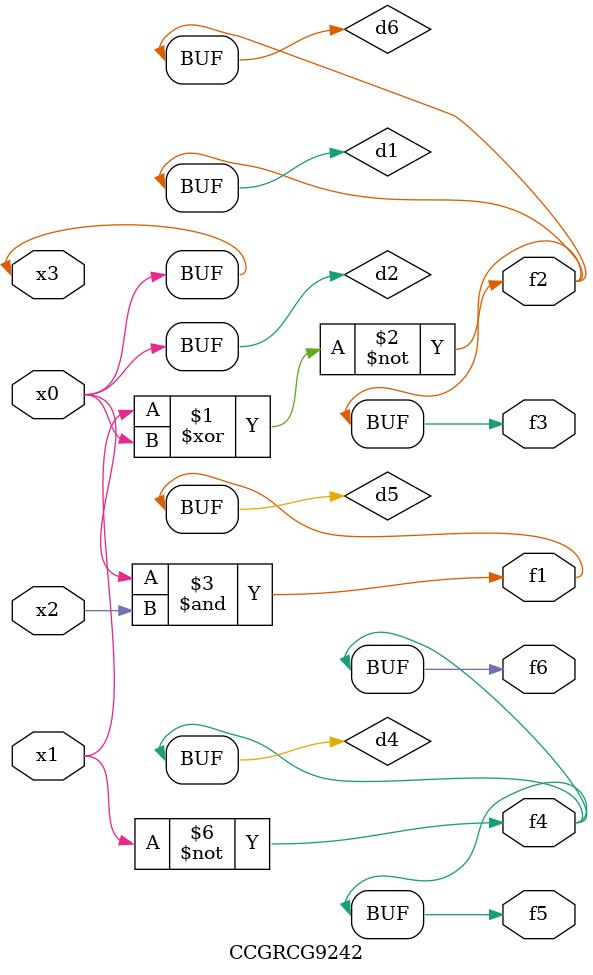
<source format=v>
module CCGRCG9242(
	input x0, x1, x2, x3,
	output f1, f2, f3, f4, f5, f6
);

	wire d1, d2, d3, d4, d5, d6;

	xnor (d1, x1, x3);
	buf (d2, x0, x3);
	nand (d3, x0, x2);
	not (d4, x1);
	nand (d5, d3);
	or (d6, d1);
	assign f1 = d5;
	assign f2 = d6;
	assign f3 = d6;
	assign f4 = d4;
	assign f5 = d4;
	assign f6 = d4;
endmodule

</source>
